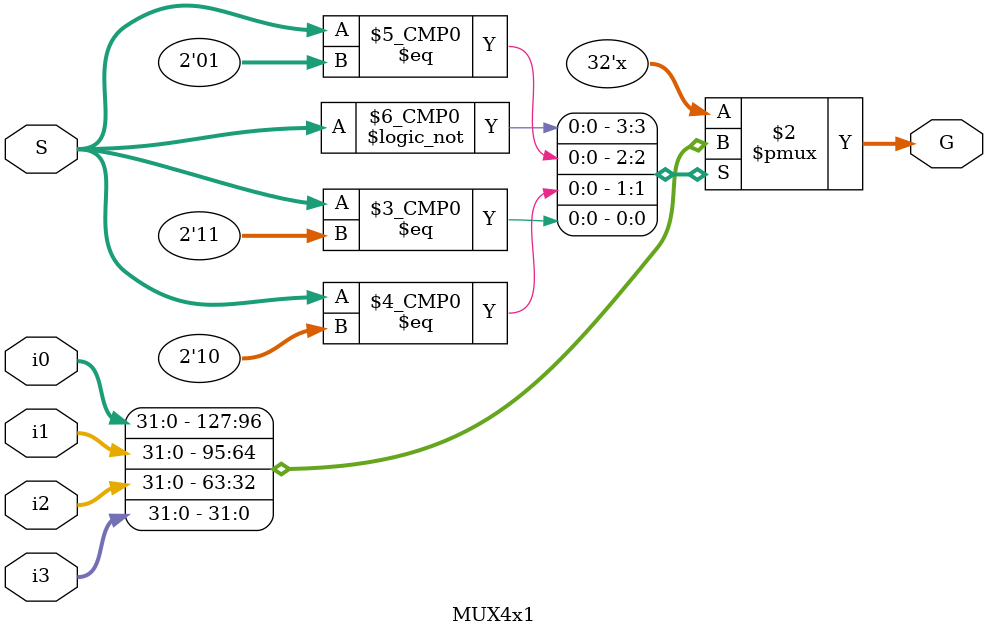
<source format=v>
`timescale 1ns / 1ps

module Logic_Circuit
#(parameter WIDTH = 32)(
    input [WIDTH-1:0] A,
    input [WIDTH-1:0] B,
    input [1:0] S,
    output [WIDTH-1:0] G
    );
    
    wire [WIDTH-1:0] and_out,or_out,xor_out,not_out;
  
    AND32 AND_Gate (.a(A), .b(B), .r(and_out));
    OR32 OR_Gate (.a(A), .b(B), .r(or_out));  
    XOR32 XOR_Gate (.a(A), .b(B), .r(xor_out));
    NOT32 NOT_Gate (.a(A), .r(not_out));
    
    MUX4x1 mux(.i0(and_out),.i1(or_out),.i2(xor_out),.i3(not_out),.S(S),.G(G));
     
endmodule

module AND32
#(parameter WIDTH = 32)(
    input [WIDTH-1:0] a,
    input [WIDTH-1:0] b,
    output [WIDTH-1:0] r
    );
    
    assign r = a & b;
    
endmodule

module OR32
#(parameter WIDTH = 32)(
    input [WIDTH-1:0]  a,
    input [WIDTH-1:0] b,
    output [WIDTH-1:0] r
    );
    assign r = a | b;
endmodule

module XOR32
#(parameter WIDTH = 32)(
    input [WIDTH-1:0]  a,
    input [WIDTH-1:0] b,
    output [WIDTH-1:0] r
    );
    assign r = a ^ b;
endmodule

module NOT32
#(parameter WIDTH = 32)(
    input [WIDTH-1:0] a,
    output [WIDTH-1:0] r
    );
    assign r = ~a;
endmodule

module MUX4x1
#(parameter WIDTH = 32)(
    input [WIDTH-1:0] i0,
    input [WIDTH-1:0] i1,
    input [WIDTH-1:0] i2,
    input [WIDTH-1:0] i3,
    input [1:0] S,
    output reg [WIDTH-1:0] G
    );
    
    always @(*)
          case (S)
             2'b00: G = i0;
             2'b01: G = i1;
             2'b10: G = i2;
             2'b11: G = i3;
          endcase
    
    endmodule

</source>
